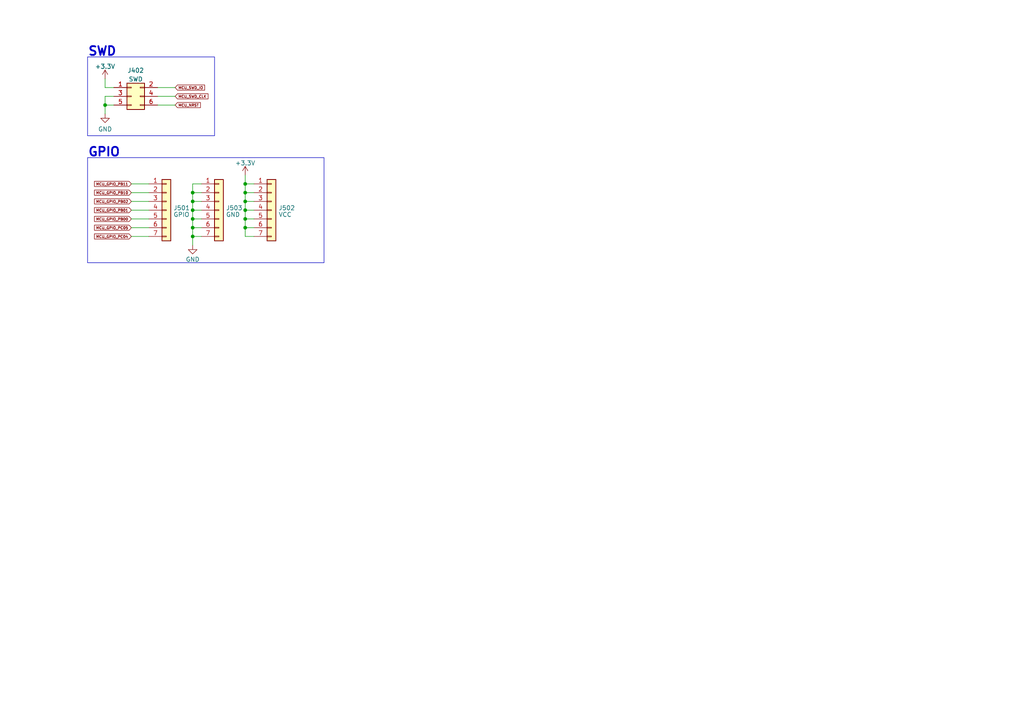
<source format=kicad_sch>
(kicad_sch (version 20230121) (generator eeschema)
  (paper "A4")
  (lib_symbols
    (symbol "Connector_Generic:Conn_01x07" (pin_names (offset 1.016) hide)
      (property "Reference" "J" (at 0 10.16 0))
      (property "Value" "Conn_01x07" (at 0 -10.16 0))
      (symbol "Conn_01x07_1_1"
        (rectangle (start -1.27 -7.493) (end 0 -7.747) (stroke (width 0.1524)))
        (rectangle (start -1.27 -4.953) (end 0 -5.207) (stroke (width 0.1524)))
        (rectangle (start -1.27 -2.413) (end 0 -2.667) (stroke (width 0.1524)))
        (rectangle (start -1.27 0.127) (end 0 -0.127) (stroke (width 0.1524)))
        (rectangle (start -1.27 2.667) (end 0 2.413) (stroke (width 0.1524)))
        (rectangle (start -1.27 5.207) (end 0 4.953) (stroke (width 0.1524)))
        (rectangle (start -1.27 7.747) (end 0 7.493) (stroke (width 0.1524)))
        (rectangle (start -1.27 8.89) (end 1.27 -8.89) (stroke (width 0.254)) (fill (type background)))
        (pin passive line (at -5.08 7.62 0) (length 3.81) (name "Pin_1") (number "1"))
        (pin passive line (at -5.08 5.08 0) (length 3.81) (name "Pin_2") (number "2"))
        (pin passive line (at -5.08 2.54 0) (length 3.81) (name "Pin_3") (number "3"))
        (pin passive line (at -5.08 0 0) (length 3.81) (name "Pin_4") (number "4"))
        (pin passive line (at -5.08 -2.54 0) (length 3.81) (name "Pin_5") (number "5"))
        (pin passive line (at -5.08 -5.08 0) (length 3.81) (name "Pin_6") (number "6"))
        (pin passive line (at -5.08 -7.62 0) (length 3.81) (name "Pin_7") (number "7"))
      )
    )
    (symbol "Connector_Generic:Conn_02x03_Odd_Even" (pin_names (offset 1.016) hide)
      (property "Reference" "J" (at 1.27 5.08 0))
      (property "Value" "Conn_02x03_Odd_Even" (at 1.27 -5.08 0))
      (symbol "Conn_02x03_Odd_Even_1_1"
        (rectangle (start -1.27 -2.413) (end 0 -2.667) (stroke (width 0.1524)))
        (rectangle (start -1.27 0.127) (end 0 -0.127) (stroke (width 0.1524)))
        (rectangle (start -1.27 2.667) (end 0 2.413) (stroke (width 0.1524)))
        (rectangle (start -1.27 3.81) (end 3.81 -3.81) (stroke (width 0.254)) (fill (type background)))
        (rectangle (start 3.81 -2.413) (end 2.54 -2.667) (stroke (width 0.1524)))
        (rectangle (start 3.81 0.127) (end 2.54 -0.127) (stroke (width 0.1524)))
        (rectangle (start 3.81 2.667) (end 2.54 2.413) (stroke (width 0.1524)))
        (pin passive line (at -5.08 2.54 0) (length 3.81) (name "Pin_1") (number "1"))
        (pin passive line (at 7.62 2.54 180) (length 3.81) (name "Pin_2") (number "2"))
        (pin passive line (at -5.08 0 0) (length 3.81) (name "Pin_3") (number "3"))
        (pin passive line (at 7.62 0 180) (length 3.81) (name "Pin_4") (number "4"))
        (pin passive line (at -5.08 -2.54 0) (length 3.81) (name "Pin_5") (number "5"))
        (pin passive line (at 7.62 -2.54 180) (length 3.81) (name "Pin_6") (number "6"))
      )
    )
    (symbol "power:+3.3V" (power) (pin_names (offset 0))
      (property "Value" "+3.3V" (at 0 3.556 0))
      (symbol "+3.3V_0_1"
        (polyline (pts (xy -0.762 1.27) (xy 0 2.54)))
        (polyline (pts (xy 0 0) (xy 0 2.54)))
        (polyline (pts (xy 0 2.54) (xy 0.762 1.27)))
      )
      (symbol "+3.3V_1_1"
        (pin power_in line (at 0 0 90) (length 0) hide (name "+3.3V") (number "1"))
      )
    )
    (symbol "power:GND" (power) (pin_names (offset 0))
      (property "Value" "GND" (at 0 -3.81 0))
      (symbol "GND_0_1"
        (polyline (pts (xy 0 0) (xy 0 -1.27) (xy 1.27 -1.27) (xy 0 -2.54) (xy -1.27 -1.27) (xy 0 -1.27)))
      )
      (symbol "GND_1_1"
        (pin power_in line (at 0 0 270) (length 0) hide (name "GND") (number "1"))
      )
    )
  )
  (junction (at 55.88 68.58))
  (junction (at 55.88 66.04))
  (junction (at 71.12 60.96))
  (junction (at 71.12 58.42))
  (junction (at 55.88 63.5))
  (junction (at 30.48 30.48))
  (junction (at 71.12 63.5))
  (junction (at 71.12 66.04))
  (junction (at 55.88 58.42))
  (junction (at 55.88 60.96))
  (junction (at 71.12 55.88))
  (junction (at 55.88 55.88))
  (junction (at 71.12 53.34))
  (wire (pts (xy 55.88 55.88) (xy 55.88 58.42)))
  (wire (pts (xy 71.12 60.96) (xy 73.66 60.96)))
  (wire (pts (xy 38.1 55.88) (xy 43.18 55.88)))
  (wire (pts (xy 38.1 58.42) (xy 43.18 58.42)))
  (wire (pts (xy 71.12 68.58) (xy 73.66 68.58)))
  (wire (pts (xy 55.88 58.42) (xy 58.42 58.42)))
  (wire (pts (xy 71.12 55.88) (xy 71.12 58.42)))
  (wire (pts (xy 55.88 53.34) (xy 58.42 53.34)))
  (wire (pts (xy 38.1 60.96) (xy 43.18 60.96)))
  (wire (pts (xy 71.12 55.88) (xy 73.66 55.88)))
  (wire (pts (xy 55.88 68.58) (xy 55.88 71.12)))
  (wire (pts (xy 33.02 25.4) (xy 30.48 25.4)))
  (wire (pts (xy 45.72 25.4) (xy 50.8 25.4)))
  (wire (pts (xy 38.1 68.58) (xy 43.18 68.58)))
  (wire (pts (xy 33.02 30.48) (xy 30.48 30.48)))
  (wire (pts (xy 38.1 66.04) (xy 43.18 66.04)))
  (wire (pts (xy 55.88 63.5) (xy 55.88 66.04)))
  (wire (pts (xy 45.72 30.48) (xy 50.8 30.48)))
  (wire (pts (xy 71.12 58.42) (xy 73.66 58.42)))
  (wire (pts (xy 55.88 63.5) (xy 58.42 63.5)))
  (wire (pts (xy 71.12 63.5) (xy 73.66 63.5)))
  (wire (pts (xy 38.1 53.34) (xy 43.18 53.34)))
  (wire (pts (xy 45.72 27.94) (xy 50.8 27.94)))
  (wire (pts (xy 55.88 55.88) (xy 58.42 55.88)))
  (wire (pts (xy 55.88 66.04) (xy 55.88 68.58)))
  (wire (pts (xy 30.48 27.94) (xy 30.48 30.48)))
  (wire (pts (xy 71.12 50.8) (xy 71.12 53.34)))
  (wire (pts (xy 38.1 63.5) (xy 43.18 63.5)))
  (wire (pts (xy 33.02 27.94) (xy 30.48 27.94)))
  (wire (pts (xy 71.12 60.96) (xy 71.12 63.5)))
  (wire (pts (xy 30.48 22.86) (xy 30.48 25.4)))
  (wire (pts (xy 71.12 66.04) (xy 73.66 66.04)))
  (wire (pts (xy 55.88 68.58) (xy 58.42 68.58)))
  (wire (pts (xy 71.12 53.34) (xy 73.66 53.34)))
  (wire (pts (xy 55.88 53.34) (xy 55.88 55.88)))
  (wire (pts (xy 55.88 58.42) (xy 55.88 60.96)))
  (wire (pts (xy 55.88 66.04) (xy 58.42 66.04)))
  (wire (pts (xy 71.12 53.34) (xy 71.12 55.88)))
  (wire (pts (xy 71.12 66.04) (xy 71.12 68.58)))
  (wire (pts (xy 55.88 60.96) (xy 55.88 63.5)))
  (wire (pts (xy 71.12 63.5) (xy 71.12 66.04)))
  (wire (pts (xy 30.48 30.48) (xy 30.48 33.02)))
  (wire (pts (xy 71.12 58.42) (xy 71.12 60.96)))
  (wire (pts (xy 55.88 60.96) (xy 58.42 60.96)))
  (rectangle (start 25.4 16.51) (end 62.23 39.37))
  (rectangle (start 25.4 45.72) (end 93.98 76.2))
  (text "SWD" (at 25.4 16.51 0) (effects (font (size 2.54 2.54) bold) (justify left bottom)))
  (text "GPIO" (at 25.4 45.72 0) (effects (font (size 2.54 2.54) bold) (justify left bottom)))
  (global_label "MCU_SWD_IO" (shape input) (at 50.8 25.4 0) (effects (font (size 0.762 0.762))) (property "Intersheetrefs" "${INTERSHEET_REFS}" (effects hide)))
  (global_label "MCU_GPIO_PB00" (shape input) (at 38.1 63.5 180) (effects (font (size 0.762 0.762))) (property "Intersheetrefs" "${INTERSHEET_REFS}" (effects hide)))
  (global_label "MCU_GPIO_PB11" (shape input) (at 38.1 53.34 180) (effects (font (size 0.762 0.762))) (property "Intersheetrefs" "${INTERSHEET_REFS}" (effects hide)))
  (global_label "MCU_SWD_CLK" (shape input) (at 50.8 27.94 0) (effects (font (size 0.762 0.762))) (property "Intersheetrefs" "${INTERSHEET_REFS}" (effects hide)))
  (global_label "MCU_GPIO_PB02" (shape input) (at 38.1 58.42 180) (effects (font (size 0.762 0.762))) (property "Intersheetrefs" "${INTERSHEET_REFS}" (effects hide)))
  (global_label "MCU_GPIO_PC04" (shape input) (at 38.1 68.58 180) (effects (font (size 0.762 0.762))) (property "Intersheetrefs" "${INTERSHEET_REFS}" (effects hide)))
  (global_label "MCU_NRST" (shape input) (at 50.8 30.48 0) (effects (font (size 0.762 0.762))) (property "Intersheetrefs" "${INTERSHEET_REFS}" (effects hide)))
  (global_label "MCU_GPIO_PC05" (shape input) (at 38.1 66.04 180) (effects (font (size 0.762 0.762))) (property "Intersheetrefs" "${INTERSHEET_REFS}" (effects hide)))
  (global_label "MCU_GPIO_PB10" (shape input) (at 38.1 55.88 180) (effects (font (size 0.762 0.762))) (property "Intersheetrefs" "${INTERSHEET_REFS}" (effects hide)))
  (global_label "MCU_GPIO_PB01" (shape input) (at 38.1 60.96 180) (effects (font (size 0.762 0.762))) (property "Intersheetrefs" "${INTERSHEET_REFS}" (effects hide)))
  (symbol (lib_id "power:+3.3V") (at 71.12 50.8 0) (unit 1)
    (property "Reference" "#PWR0502" (effects hide))
    (property "Value" "+3.3V" (at 71.12 47.2981 0))
  )
  (symbol (lib_id "Connector_Generic:Conn_01x07") (at 63.5 60.96 0) (unit 1)
    (property "Reference" "J503" (at 65.532 60.3163 0) (effects (justify left)))
    (property "Value" "GND" (at 65.532 62.2373 0) (effects (justify left)))
    (property "Footprint" "Connector_PinHeader_2.54mm:PinHeader_1x07_P2.54mm_Vertical" (effects hide))
  )
  (symbol (lib_id "power:GND") (at 55.88 71.12 0) (unit 1)
    (property "Reference" "#PWR0501" (effects hide))
    (property "Value" "GND" (at 55.88 75.2555 0))
  )
  (symbol (lib_id "power:+3.3V") (at 30.48 22.86 0) (unit 1)
    (property "Reference" "#PWR0403" (effects hide))
    (property "Value" "+3.3V" (at 30.48 19.2842 0))
    (instances (project "PickupMic_DSP" (path "" (reference "#PWR0403") (unit 1)) (path "" (reference "#PWR0503") (unit 1))))
  )
  (symbol (lib_id "power:GND") (at 30.48 33.02 0) (unit 1)
    (property "Reference" "#PWR0404" (effects hide))
    (property "Value" "GND" (at 30.48 37.4634 0))
    (instances (project "PickupMic_DSP" (path "" (reference "#PWR0404") (unit 1)) (path "" (reference "#PWR0504") (unit 1))))
  )
  (symbol (lib_id "Connector_Generic:Conn_02x03_Odd_Even") (at 38.1 27.94 0) (unit 1)
    (property "Reference" "J402" (at 39.37 20.4302 0))
    (property "Value" "SWD" (at 39.37 22.9671 0))
    (property "Footprint" "Connector_PinHeader_2.54mm:PinHeader_2x03_P2.54mm_Vertical" (effects hide))
    (instances (project "PickupMic_DSP" (path "" (reference "J402") (unit 1)) (path "" (reference "J504") (unit 1))))
  )
  (symbol (lib_id "Connector_Generic:Conn_01x07") (at 78.74 60.96 0) (unit 1)
    (property "Reference" "J502" (at 80.772 60.3163 0) (effects (justify left)))
    (property "Value" "VCC" (at 80.772 62.2373 0) (effects (justify left)))
    (property "Footprint" "Connector_PinHeader_2.54mm:PinHeader_1x07_P2.54mm_Vertical" (effects hide))
  )
  (symbol (lib_id "Connector_Generic:Conn_01x07") (at 48.26 60.96 0) (unit 1)
    (property "Reference" "J501" (at 50.292 60.3163 0) (effects (justify left)))
    (property "Value" "GPIO" (at 50.292 62.2373 0) (effects (justify left)))
    (property "Footprint" "Connector_PinHeader_2.54mm:PinHeader_1x07_P2.54mm_Vertical" (effects hide))
  )
)
</source>
